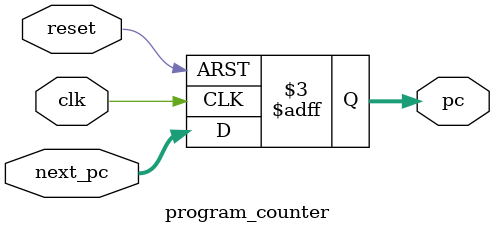
<source format=v>
module program_counter (
    input wire clk,
    input wire reset,
    input wire [31:0] next_pc,
    output reg [31:0] pc
);

    // Initialize the program counter
    initial begin
        pc = 32'b0;
    end

    // Update the program counter on each clock edge
    always @(posedge clk or posedge reset) begin
        if (reset) begin
            pc <= 32'b0;       // Reset the program counter to 0
        end else begin
            pc <= next_pc;     // Load the next PC value
        end
    end

endmodule

</source>
